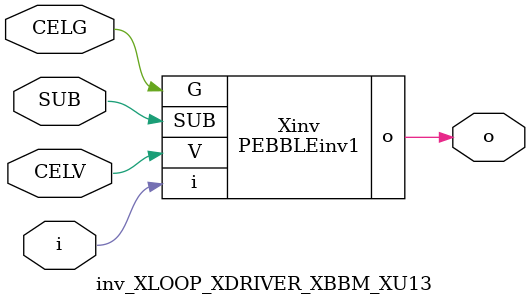
<source format=v>



module PEBBLEinv1 ( o, G, SUB, V, i );

  input V;
  input i;
  input G;
  output o;
  input SUB;
endmodule

//Celera Confidential Do Not Copy inv_XLOOP_XDRIVER_XBBM_XU13
//Celera Confidential Symbol Generator
//5V Inverter
module inv_XLOOP_XDRIVER_XBBM_XU13 (CELV,CELG,i,o,SUB);
input CELV;
input CELG;
input i;
input SUB;
output o;

//Celera Confidential Do Not Copy inv
PEBBLEinv1 Xinv(
.V (CELV),
.i (i),
.o (o),
.SUB (SUB),
.G (CELG)
);
//,diesize,PEBBLEinv1

//Celera Confidential Do Not Copy Module End
//Celera Schematic Generator
endmodule

</source>
